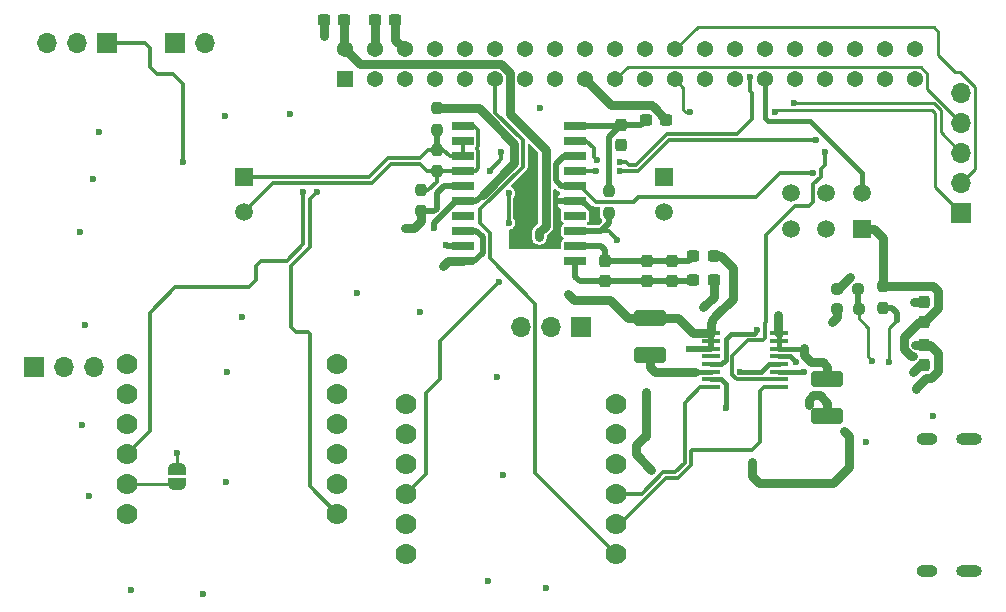
<source format=gbl>
%TF.GenerationSoftware,KiCad,Pcbnew,8.0.4*%
%TF.CreationDate,2025-01-10T13:29:25-08:00*%
%TF.ProjectId,X17_Pi_Shield,5831375f-5069-45f5-9368-69656c642e6b,rev?*%
%TF.SameCoordinates,Original*%
%TF.FileFunction,Copper,L4,Bot*%
%TF.FilePolarity,Positive*%
%FSLAX46Y46*%
G04 Gerber Fmt 4.6, Leading zero omitted, Abs format (unit mm)*
G04 Created by KiCad (PCBNEW 8.0.4) date 2025-01-10 13:29:25*
%MOMM*%
%LPD*%
G01*
G04 APERTURE LIST*
G04 Aperture macros list*
%AMRoundRect*
0 Rectangle with rounded corners*
0 $1 Rounding radius*
0 $2 $3 $4 $5 $6 $7 $8 $9 X,Y pos of 4 corners*
0 Add a 4 corners polygon primitive as box body*
4,1,4,$2,$3,$4,$5,$6,$7,$8,$9,$2,$3,0*
0 Add four circle primitives for the rounded corners*
1,1,$1+$1,$2,$3*
1,1,$1+$1,$4,$5*
1,1,$1+$1,$6,$7*
1,1,$1+$1,$8,$9*
0 Add four rect primitives between the rounded corners*
20,1,$1+$1,$2,$3,$4,$5,0*
20,1,$1+$1,$4,$5,$6,$7,0*
20,1,$1+$1,$6,$7,$8,$9,0*
20,1,$1+$1,$8,$9,$2,$3,0*%
%AMFreePoly0*
4,1,19,0.500000,-0.750000,0.000000,-0.750000,0.000000,-0.744911,-0.071157,-0.744911,-0.207708,-0.704816,-0.327430,-0.627875,-0.420627,-0.520320,-0.479746,-0.390866,-0.500000,-0.250000,-0.500000,0.250000,-0.479746,0.390866,-0.420627,0.520320,-0.327430,0.627875,-0.207708,0.704816,-0.071157,0.744911,0.000000,0.744911,0.000000,0.750000,0.500000,0.750000,0.500000,-0.750000,0.500000,-0.750000,
$1*%
%AMFreePoly1*
4,1,19,0.000000,0.744911,0.071157,0.744911,0.207708,0.704816,0.327430,0.627875,0.420627,0.520320,0.479746,0.390866,0.500000,0.250000,0.500000,-0.250000,0.479746,-0.390866,0.420627,-0.520320,0.327430,-0.627875,0.207708,-0.704816,0.071157,-0.744911,0.000000,-0.744911,0.000000,-0.750000,-0.500000,-0.750000,-0.500000,0.750000,0.000000,0.750000,0.000000,0.744911,0.000000,0.744911,
$1*%
G04 Aperture macros list end*
%TA.AperFunction,ComponentPad*%
%ADD10R,1.700000X1.700000*%
%TD*%
%TA.AperFunction,ComponentPad*%
%ADD11O,1.700000X1.700000*%
%TD*%
%TA.AperFunction,ComponentPad*%
%ADD12R,1.520000X1.520000*%
%TD*%
%TA.AperFunction,ComponentPad*%
%ADD13C,1.520000*%
%TD*%
%TA.AperFunction,ComponentPad*%
%ADD14O,2.200000X1.000000*%
%TD*%
%TA.AperFunction,ComponentPad*%
%ADD15O,1.800000X1.000000*%
%TD*%
%TA.AperFunction,ComponentPad*%
%ADD16R,1.370000X1.370000*%
%TD*%
%TA.AperFunction,ComponentPad*%
%ADD17C,1.370000*%
%TD*%
%TA.AperFunction,SMDPad,CuDef*%
%ADD18RoundRect,0.237500X0.250000X0.237500X-0.250000X0.237500X-0.250000X-0.237500X0.250000X-0.237500X0*%
%TD*%
%TA.AperFunction,SMDPad,CuDef*%
%ADD19RoundRect,0.237500X0.300000X0.237500X-0.300000X0.237500X-0.300000X-0.237500X0.300000X-0.237500X0*%
%TD*%
%TA.AperFunction,SMDPad,CuDef*%
%ADD20RoundRect,0.237500X-0.250000X-0.237500X0.250000X-0.237500X0.250000X0.237500X-0.250000X0.237500X0*%
%TD*%
%TA.AperFunction,SMDPad,CuDef*%
%ADD21RoundRect,0.250000X-1.100000X0.412500X-1.100000X-0.412500X1.100000X-0.412500X1.100000X0.412500X0*%
%TD*%
%TA.AperFunction,ComponentPad*%
%ADD22C,1.778000*%
%TD*%
%TA.AperFunction,SMDPad,CuDef*%
%ADD23RoundRect,0.237500X0.237500X-0.250000X0.237500X0.250000X-0.237500X0.250000X-0.237500X-0.250000X0*%
%TD*%
%TA.AperFunction,SMDPad,CuDef*%
%ADD24RoundRect,0.237500X-0.237500X0.250000X-0.237500X-0.250000X0.237500X-0.250000X0.237500X0.250000X0*%
%TD*%
%TA.AperFunction,SMDPad,CuDef*%
%ADD25RoundRect,0.051250X0.733750X0.153750X-0.733750X0.153750X-0.733750X-0.153750X0.733750X-0.153750X0*%
%TD*%
%TA.AperFunction,SMDPad,CuDef*%
%ADD26RoundRect,0.237500X-0.237500X0.300000X-0.237500X-0.300000X0.237500X-0.300000X0.237500X0.300000X0*%
%TD*%
%TA.AperFunction,SMDPad,CuDef*%
%ADD27FreePoly0,270.000000*%
%TD*%
%TA.AperFunction,SMDPad,CuDef*%
%ADD28FreePoly1,270.000000*%
%TD*%
%TA.AperFunction,SMDPad,CuDef*%
%ADD29RoundRect,0.237500X-0.300000X-0.237500X0.300000X-0.237500X0.300000X0.237500X-0.300000X0.237500X0*%
%TD*%
%TA.AperFunction,SMDPad,CuDef*%
%ADD30RoundRect,0.237500X0.237500X-0.300000X0.237500X0.300000X-0.237500X0.300000X-0.237500X-0.300000X0*%
%TD*%
%TA.AperFunction,SMDPad,CuDef*%
%ADD31RoundRect,0.024000X0.911000X0.276000X-0.911000X0.276000X-0.911000X-0.276000X0.911000X-0.276000X0*%
%TD*%
%TA.AperFunction,ViaPad*%
%ADD32C,0.600000*%
%TD*%
%TA.AperFunction,Conductor*%
%ADD33C,0.508000*%
%TD*%
%TA.AperFunction,Conductor*%
%ADD34C,0.762000*%
%TD*%
%TA.AperFunction,Conductor*%
%ADD35C,0.381000*%
%TD*%
%TA.AperFunction,Conductor*%
%ADD36C,0.254000*%
%TD*%
%TA.AperFunction,Conductor*%
%ADD37C,0.304800*%
%TD*%
G04 APERTURE END LIST*
D10*
%TO.P,J6,1,Pin_1*%
%TO.N,/Pi + IMU/LEAK*%
X118000000Y-82000000D03*
D11*
%TO.P,J6,2,Pin_2*%
%TO.N,+3V3*%
X115460000Y-82000000D03*
%TO.P,J6,3,Pin_3*%
%TO.N,GND*%
X112920000Y-82000000D03*
%TD*%
D12*
%TO.P,J22,1,1*%
%TO.N,Net-(U7-B)*%
X129600000Y-93300000D03*
D13*
%TO.P,J22,2,2*%
%TO.N,Net-(U7-A)*%
X129600000Y-96299999D03*
%TD*%
D14*
%TO.P,J8,SH1,SHIELD*%
%TO.N,GND*%
X191000000Y-126675000D03*
%TO.P,J8,SH2,SHIELD__1*%
X191000000Y-115525000D03*
D15*
%TO.P,J8,SH3,SHIELD__2*%
X187400000Y-126675000D03*
%TO.P,J8,SH4,SHIELD__3*%
X187400000Y-115525000D03*
%TD*%
D16*
%TO.P,U8,1,3V3*%
%TO.N,+3V3*%
X138170000Y-85040000D03*
D17*
%TO.P,U8,2,5V*%
%TO.N,+5V*%
X138170000Y-82500000D03*
%TO.P,U8,3,GPIO2/SDA1*%
%TO.N,/Pi + IMU/SDA*%
X140710000Y-85040000D03*
%TO.P,U8,4,5V*%
%TO.N,+5V*%
X140710000Y-82500000D03*
%TO.P,U8,5,GPIO3/SCL1*%
%TO.N,/Pi + IMU/SCL*%
X143250000Y-85040000D03*
%TO.P,U8,6,GND*%
%TO.N,GND*%
X143250000Y-82500000D03*
%TO.P,U8,7,GPIO4/GPIO_GCKL*%
%TO.N,/Pi + IMU/IMU_INT_2*%
X145790000Y-85040000D03*
%TO.P,U8,8,GPIO14/TXD0*%
%TO.N,/Pi + IMU/TX*%
X145790000Y-82500000D03*
%TO.P,U8,9,GND*%
%TO.N,GND*%
X148330000Y-85040000D03*
%TO.P,U8,10,GPIO15/RXD0*%
%TO.N,/Pi + IMU/RX*%
X148330000Y-82500000D03*
%TO.P,U8,11,GPIO17/GPIO_GEN0*%
%TO.N,/Pi + IMU/IMU_INT_1*%
X150870000Y-85040000D03*
%TO.P,U8,12,GPIO18/GPIO_GEN1*%
%TO.N,/Pi + IMU/BKP_EN*%
X150870000Y-82500000D03*
%TO.P,U8,13,GPIO27/GPIO_GEN2*%
%TO.N,/Pi + IMU/IMU_RST_1*%
X153410000Y-85040000D03*
%TO.P,U8,14,GND*%
%TO.N,GND*%
X153410000Y-82500000D03*
%TO.P,U8,15,GPIO22/GPIO_GEN3*%
%TO.N,/Pi + IMU/IMU_RST_2*%
X155950000Y-85040000D03*
%TO.P,U8,16,GPIO23/GPIO_GEN4*%
%TO.N,/Pi + IMU/LEAK*%
X155950000Y-82500000D03*
%TO.P,U8,17,3V3*%
%TO.N,+3V3*%
X158490000Y-85040000D03*
%TO.P,U8,18,GPIO24/GPIO_GEN5*%
%TO.N,/Pi + IMU/ISO_FLT*%
X158490000Y-82500000D03*
%TO.P,U8,19,GPIO10/SPI_MOSI*%
%TO.N,/Pi + IMU/MOSI*%
X161030000Y-85040000D03*
%TO.P,U8,20,GND*%
%TO.N,GND*%
X161030000Y-82500000D03*
%TO.P,U8,21,GPIO9/SPI_MISO*%
%TO.N,/Pi + IMU/MISO*%
X163570000Y-85040000D03*
%TO.P,U8,22,GPIO25/GPIO_GEN6*%
%TO.N,unconnected-(U8-GPIO25{slash}GPIO_GEN6-Pad22)*%
X163570000Y-82500000D03*
%TO.P,U8,23,GPIO11/SPI_SCLK*%
%TO.N,/Pi + IMU/SCLK*%
X166110000Y-85040000D03*
%TO.P,U8,24,GPIO8/~{SPI_CE0}*%
%TO.N,/Pi + IMU/CE0*%
X166110000Y-82500000D03*
%TO.P,U8,25,GND*%
%TO.N,GND*%
X168650000Y-85040000D03*
%TO.P,U8,26,GPIO7/~{SPI_CE1}*%
%TO.N,unconnected-(U8-GPIO7{slash}~{SPI_CE1}-Pad26)*%
X168650000Y-82500000D03*
%TO.P,U8,27*%
%TO.N,N/C*%
X171190000Y-85040000D03*
%TO.P,U8,28*%
X171190000Y-82500000D03*
%TO.P,U8,29,GPIO5*%
%TO.N,/Pi + IMU/NRST_ESC*%
X173730000Y-85040000D03*
%TO.P,U8,30,GND*%
%TO.N,GND*%
X173730000Y-82500000D03*
%TO.P,U8,31,GPIO6*%
%TO.N,/Pi + IMU/NRST_PS*%
X176270000Y-85040000D03*
%TO.P,U8,32,GPIO12*%
%TO.N,/Pi + IMU/TX_TB*%
X176270000Y-82500000D03*
%TO.P,U8,33,GPIO13*%
%TO.N,/Pi + IMU/RX_TB*%
X178810000Y-85040000D03*
%TO.P,U8,34,GND*%
%TO.N,GND*%
X178810000Y-82500000D03*
%TO.P,U8,35,GPIO19*%
%TO.N,unconnected-(U8-GPIO19-Pad35)*%
X181350000Y-85040000D03*
%TO.P,U8,36,GPIO16*%
%TO.N,/Pi + IMU/ALERT*%
X181350000Y-82500000D03*
%TO.P,U8,37,GPIO26*%
%TO.N,unconnected-(U8-GPIO26-Pad37)*%
X183890000Y-85040000D03*
%TO.P,U8,38,GPIO20*%
%TO.N,/Pi + IMU/TB_EN*%
X183890000Y-82500000D03*
%TO.P,U8,39,GND*%
%TO.N,GND*%
X186430000Y-85040000D03*
%TO.P,U8,40,GPIO21*%
%TO.N,/Pi + IMU/NRST_TB*%
X186430000Y-82500000D03*
%TD*%
D10*
%TO.P,J9,1,Pin_1*%
%TO.N,/UART/A*%
X158140000Y-106000000D03*
D11*
%TO.P,J9,2,Pin_2*%
%TO.N,/UART/B*%
X155600000Y-106000000D03*
%TO.P,J9,3,Pin_3*%
%TO.N,GND*%
X153060000Y-106000000D03*
%TD*%
D10*
%TO.P,J13,1,Pin_1*%
%TO.N,GND*%
X111820000Y-109400000D03*
D11*
%TO.P,J13,2,Pin_2*%
%TO.N,/Pi + IMU/SDA*%
X114360000Y-109400000D03*
%TO.P,J13,3,Pin_3*%
%TO.N,/Pi + IMU/SCL*%
X116900000Y-109400000D03*
%TD*%
D12*
%TO.P,J24,1,1*%
%TO.N,/UART/B*%
X165200000Y-93300001D03*
D13*
%TO.P,J24,2,2*%
%TO.N,/UART/A*%
X165200000Y-96300000D03*
%TD*%
D10*
%TO.P,J20,1,Pin_1*%
%TO.N,+3V3*%
X123725000Y-82000000D03*
D11*
%TO.P,J20,2,Pin_2*%
%TO.N,GND*%
X126265000Y-82000000D03*
%TD*%
D10*
%TO.P,J12,1,Pin_1*%
%TO.N,/Pi + IMU/SCLK*%
X190300000Y-96320000D03*
D11*
%TO.P,J12,2,Pin_2*%
%TO.N,/Pi + IMU/CE0*%
X190300000Y-93780000D03*
%TO.P,J12,3,Pin_3*%
%TO.N,/Pi + IMU/MISO*%
X190300000Y-91240000D03*
%TO.P,J12,4,Pin_4*%
%TO.N,/Pi + IMU/MOSI*%
X190300000Y-88700000D03*
%TO.P,J12,5,Pin_5*%
%TO.N,GND*%
X190300000Y-86160000D03*
%TD*%
D12*
%TO.P,J23,1,1*%
%TO.N,/Power/5V_BACKPLANE*%
X181899999Y-97700000D03*
D13*
%TO.P,J23,2,2*%
%TO.N,GND*%
X178900000Y-97700000D03*
%TO.P,J23,3,3*%
%TO.N,/Pi + IMU/NRST_PS*%
X175900001Y-97700000D03*
%TO.P,J23,4,4*%
%TO.N,/Pi + IMU/NRST_ESC*%
X181899999Y-94700001D03*
%TO.P,J23,5,5*%
%TO.N,/Pi + IMU/NRST_TB*%
X178900000Y-94700001D03*
%TO.P,J23,6,6*%
%TO.N,GND_TB*%
X175900001Y-94700001D03*
%TD*%
D18*
%TO.P,R22,1*%
%TO.N,Net-(U2-PR1)*%
X181625000Y-102781750D03*
%TO.P,R22,2*%
%TO.N,GND*%
X179800000Y-102781750D03*
%TD*%
D19*
%TO.P,C16,1*%
%TO.N,GND*%
X142425000Y-80000000D03*
%TO.P,C16,2*%
%TO.N,+5V*%
X140700000Y-80000000D03*
%TD*%
D20*
%TO.P,R21,1*%
%TO.N,/Power/5V_BACKPLANE*%
X179815000Y-104481750D03*
%TO.P,R21,2*%
%TO.N,Net-(U2-PR1)*%
X181640000Y-104481750D03*
%TD*%
D19*
%TO.P,FB1,1*%
%TO.N,+5V*%
X169362500Y-100000000D03*
%TO.P,FB1,2*%
%TO.N,Net-(U7-VDD)*%
X167637500Y-100000000D03*
%TD*%
D21*
%TO.P,C5,1*%
%TO.N,+5V*%
X164000000Y-105237500D03*
%TO.P,C5,2*%
%TO.N,GND*%
X164000000Y-108362500D03*
%TD*%
D22*
%TO.P,U1,JP1_1,VIN*%
%TO.N,+3V3*%
X137500000Y-109100000D03*
%TO.P,U1,JP1_2,3VO*%
%TO.N,unconnected-(U1-3VO-PadJP1_2)*%
X137500000Y-111640000D03*
%TO.P,U1,JP1_3,GND*%
%TO.N,GND*%
X137500000Y-114180000D03*
%TO.P,U1,JP1_4,SCL*%
%TO.N,/Pi + IMU/SCL*%
X137500000Y-116720000D03*
%TO.P,U1,JP1_5,SDA*%
%TO.N,/Pi + IMU/SDA*%
X137500000Y-119260000D03*
%TO.P,U1,JP1_6,~{INT}*%
%TO.N,/Pi + IMU/IMU_INT_2*%
X137500000Y-121800000D03*
%TO.P,U1,JP2_1,BT*%
%TO.N,unconnected-(U1-BT-PadJP2_1)*%
X119720000Y-109100000D03*
%TO.P,U1,JP2_2,P0*%
%TO.N,unconnected-(U1-P0-PadJP2_2)*%
X119720000Y-111640000D03*
%TO.P,U1,JP2_3,P1*%
%TO.N,unconnected-(U1-P1-PadJP2_3)*%
X119720000Y-114180000D03*
%TO.P,U1,JP2_4,~{RST}*%
%TO.N,/Pi + IMU/IMU_RST_2*%
X119720000Y-116720000D03*
%TO.P,U1,JP2_5,DI*%
%TO.N,Net-(JP5-B)*%
X119720000Y-119260000D03*
%TO.P,U1,JP2_6,CS*%
%TO.N,unconnected-(U1-CS-PadJP2_6)*%
X119720000Y-121800000D03*
%TD*%
D23*
%TO.P,R19,1*%
%TO.N,Net-(U7-B)*%
X145900000Y-89325000D03*
%TO.P,R19,2*%
%TO.N,GND_TB*%
X145900000Y-87500000D03*
%TD*%
%TO.P,R9,1*%
%TO.N,/Pi + IMU/ISO_FLT*%
X160500000Y-96325000D03*
%TO.P,R9,2*%
%TO.N,Net-(U7-VIO)*%
X160500000Y-94500000D03*
%TD*%
D21*
%TO.P,C17,1*%
%TO.N,/Power/5V_TOTAL*%
X179000000Y-110437500D03*
%TO.P,C17,2*%
%TO.N,GND*%
X179000000Y-113562500D03*
%TD*%
D24*
%TO.P,R17,1*%
%TO.N,Net-(U7-B)*%
X145900000Y-90987500D03*
%TO.P,R17,2*%
%TO.N,Net-(U7-A)*%
X145900000Y-92812500D03*
%TD*%
D25*
%TO.P,U3,1,IN+*%
%TO.N,/Power/5V_TOTAL*%
X174900000Y-106550000D03*
%TO.P,U3,2,IN+*%
X174900000Y-107200000D03*
%TO.P,U3,3,IN+*%
X174900000Y-107850000D03*
%TO.P,U3,4,A1*%
%TO.N,Net-(JP1-B)*%
X174900000Y-108500000D03*
%TO.P,U3,5,AO*%
%TO.N,Net-(JP2-B)*%
X174900000Y-109150000D03*
%TO.P,U3,6,GND*%
%TO.N,GND*%
X174900000Y-109800000D03*
%TO.P,U3,7,ALERT*%
%TO.N,/Pi + IMU/ALERT*%
X174900000Y-110450000D03*
%TO.P,U3,8,SDA*%
%TO.N,/Pi + IMU/SDA*%
X174900000Y-111100000D03*
%TO.P,U3,9,SCL*%
%TO.N,/Pi + IMU/SCL*%
X169160000Y-111100000D03*
%TO.P,U3,10,VS*%
%TO.N,/Power/Vs*%
X169160000Y-110450000D03*
%TO.P,U3,11,GND*%
%TO.N,GND*%
X169160000Y-109800000D03*
%TO.P,U3,12,VBUS*%
%TO.N,/Power/5V_TOTAL*%
X169160000Y-109150000D03*
%TO.P,U3,13*%
%TO.N,N/C*%
X169160000Y-108500000D03*
%TO.P,U3,14,IN-*%
%TO.N,+5V*%
X169160000Y-107850000D03*
%TO.P,U3,15,IN-*%
X169160000Y-107200000D03*
%TO.P,U3,16,IN-*%
X169160000Y-106550000D03*
%TD*%
D26*
%TO.P,C1,1*%
%TO.N,Net-(U7-VDD)*%
X165800000Y-100375000D03*
%TO.P,C1,2*%
%TO.N,Net-(U7-GND1)*%
X165800000Y-102100000D03*
%TD*%
D19*
%TO.P,FB5,1*%
%TO.N,+3V3*%
X165362500Y-88500000D03*
%TO.P,FB5,2*%
%TO.N,Net-(U7-VIO)*%
X163637500Y-88500000D03*
%TD*%
D26*
%TO.P,C2,1*%
%TO.N,Net-(U7-VDD)*%
X163700000Y-100375000D03*
%TO.P,C2,2*%
%TO.N,Net-(U7-GND1)*%
X163700000Y-102100000D03*
%TD*%
%TO.P,C19,1*%
%TO.N,GND*%
X187200000Y-103875000D03*
%TO.P,C19,2*%
%TO.N,/Power/5V_BACKPLANE*%
X187200000Y-105600000D03*
%TD*%
D22*
%TO.P,U10,JP1_1,VIN*%
%TO.N,+3V3*%
X161100000Y-112500000D03*
%TO.P,U10,JP1_2,3VO*%
%TO.N,unconnected-(U10-3VO-PadJP1_2)*%
X161100000Y-115040000D03*
%TO.P,U10,JP1_3,GND*%
%TO.N,GND*%
X161100000Y-117580000D03*
%TO.P,U10,JP1_4,SCL*%
%TO.N,/Pi + IMU/SCL*%
X161100000Y-120120000D03*
%TO.P,U10,JP1_5,SDA*%
%TO.N,/Pi + IMU/SDA*%
X161100000Y-122660000D03*
%TO.P,U10,JP1_6,~{INT}*%
%TO.N,/Pi + IMU/IMU_INT_1*%
X161100000Y-125200000D03*
%TO.P,U10,JP2_1,BT*%
%TO.N,unconnected-(U10-BT-PadJP2_1)*%
X143320000Y-112500000D03*
%TO.P,U10,JP2_2,P0*%
%TO.N,unconnected-(U10-P0-PadJP2_2)*%
X143320000Y-115040000D03*
%TO.P,U10,JP2_3,P1*%
%TO.N,unconnected-(U10-P1-PadJP2_3)*%
X143320000Y-117580000D03*
%TO.P,U10,JP2_4,~{RST}*%
%TO.N,/Pi + IMU/IMU_RST_1*%
X143320000Y-120120000D03*
%TO.P,U10,JP2_5,DI*%
%TO.N,unconnected-(U10-DI-PadJP2_5)*%
X143320000Y-122660000D03*
%TO.P,U10,JP2_6,CS*%
%TO.N,unconnected-(U10-CS-PadJP2_6)*%
X143320000Y-125200000D03*
%TD*%
D27*
%TO.P,JP5,1,A*%
%TO.N,+3V3*%
X123900000Y-118000000D03*
D28*
%TO.P,JP5,2,B*%
%TO.N,Net-(JP5-B)*%
X123900000Y-119300000D03*
%TD*%
D24*
%TO.P,R20,1*%
%TO.N,Net-(U7-A)*%
X144600000Y-94400000D03*
%TO.P,R20,2*%
%TO.N,+3V3_TB*%
X144600000Y-96225000D03*
%TD*%
D26*
%TO.P,C3,1*%
%TO.N,Net-(U7-VDD)*%
X160200000Y-100412500D03*
%TO.P,C3,2*%
%TO.N,Net-(U7-GND1)*%
X160200000Y-102137500D03*
%TD*%
D29*
%TO.P,FB2,1*%
%TO.N,Net-(U7-GND1)*%
X167637500Y-102000000D03*
%TO.P,FB2,2*%
%TO.N,GND*%
X169362500Y-102000000D03*
%TD*%
D23*
%TO.P,R18,1*%
%TO.N,Net-(U2-ST)*%
X183695000Y-104400000D03*
%TO.P,R18,2*%
%TO.N,/Power/5V_BACKPLANE*%
X183695000Y-102575000D03*
%TD*%
D26*
%TO.P,C20,1*%
%TO.N,/Power/5V_WALL_IN*%
X187200000Y-107500000D03*
%TO.P,C20,2*%
%TO.N,GND*%
X187200000Y-109225000D03*
%TD*%
D29*
%TO.P,C12,1*%
%TO.N,GND*%
X136375000Y-80000000D03*
%TO.P,C12,2*%
%TO.N,+5V*%
X138100000Y-80000000D03*
%TD*%
D30*
%TO.P,C10,1*%
%TO.N,GND*%
X161500000Y-90625000D03*
%TO.P,C10,2*%
%TO.N,Net-(U7-VIO)*%
X161500000Y-88900000D03*
%TD*%
D31*
%TO.P,U7,1,VIO*%
%TO.N,Net-(U7-VIO)*%
X157635000Y-88985000D03*
%TO.P,U7,2,D*%
%TO.N,/Pi + IMU/TX_TB*%
X157635000Y-90255000D03*
%TO.P,U7,3,DE*%
%TO.N,/Pi + IMU/TB_EN*%
X157635000Y-91525000D03*
%TO.P,U7,4,R*%
%TO.N,/Pi + IMU/RX_TB*%
X157635000Y-92795000D03*
%TO.P,U7,5,~{RE}*%
%TO.N,/Pi + IMU/TB_EN*%
X157635000Y-94065000D03*
%TO.P,U7,6,GNDIO*%
%TO.N,GND*%
X157635000Y-95335000D03*
%TO.P,U7,7,OUT*%
%TO.N,unconnected-(U7-OUT-Pad7)*%
X157635000Y-96605000D03*
%TO.P,U7,8,EN/FLT*%
%TO.N,/Pi + IMU/ISO_FLT*%
X157635000Y-97875000D03*
%TO.P,U7,9,VDD*%
%TO.N,Net-(U7-VDD)*%
X157635000Y-99145000D03*
%TO.P,U7,10,GND1*%
%TO.N,Net-(U7-GND1)*%
X157635000Y-100415000D03*
%TO.P,U7,11,GND2*%
%TO.N,Net-(U7-GND2)*%
X148165000Y-100415000D03*
%TO.P,U7,12,VISOOUT*%
%TO.N,Net-(U7-VISOOUT)*%
X148165000Y-99145000D03*
%TO.P,U7,13,MODE*%
%TO.N,Net-(U7-GND2)*%
X148165000Y-97875000D03*
%TO.P,U7,14,IN*%
%TO.N,unconnected-(U7-IN-Pad14)*%
X148165000Y-96605000D03*
%TO.P,U7,15,GISOIN*%
%TO.N,GND_TB*%
X148165000Y-95335000D03*
%TO.P,U7,16,VISOIN*%
%TO.N,+3V3_TB*%
X148165000Y-94065000D03*
%TO.P,U7,17,Y*%
%TO.N,Net-(U7-A)*%
X148165000Y-92795000D03*
%TO.P,U7,18,Z*%
%TO.N,Net-(U7-B)*%
X148165000Y-91525000D03*
%TO.P,U7,19,B*%
X148165000Y-90255000D03*
%TO.P,U7,20,A*%
%TO.N,Net-(U7-A)*%
X148165000Y-88985000D03*
%TD*%
D32*
%TO.N,Net-(U7-GND2)*%
X146475000Y-100825000D03*
%TO.N,Net-(U7-VISOOUT)*%
X146700000Y-99100000D03*
%TO.N,GND*%
X133500000Y-88000000D03*
X187900000Y-113500000D03*
X128100000Y-119100000D03*
X186300000Y-103900000D03*
X129400000Y-105200000D03*
X153400000Y-97400000D03*
X177400000Y-112571000D03*
X136400000Y-81400000D03*
X167750000Y-109850000D03*
X159200000Y-97000000D03*
X177000000Y-109800000D03*
X115700000Y-98000000D03*
X128000000Y-88100000D03*
X117300000Y-89500000D03*
X139162000Y-103162000D03*
X186260473Y-109800000D03*
X120050000Y-128300000D03*
X180950000Y-101750000D03*
X128200000Y-109800000D03*
X115900000Y-114300000D03*
X150300000Y-127500000D03*
X151525000Y-118525000D03*
X154700000Y-87500000D03*
X182300000Y-115700000D03*
X168500000Y-104300000D03*
X151000000Y-110200000D03*
X161500000Y-90625000D03*
%TO.N,+5V*%
X154600000Y-98400000D03*
X155100000Y-90900000D03*
X164100000Y-118100000D03*
X167259000Y-107841000D03*
X163600000Y-111500000D03*
X169600000Y-105000000D03*
X157000000Y-103200000D03*
%TO.N,GND_TB*%
X145700000Y-97600000D03*
%TO.N,+3V3*%
X123900000Y-116700000D03*
X126150000Y-128600000D03*
X116100000Y-105800000D03*
X144500000Y-104700000D03*
X116800000Y-93500000D03*
X116500000Y-120300000D03*
X155200000Y-128100000D03*
%TO.N,/Power/5V_TOTAL*%
X173000000Y-106300000D03*
X174800000Y-105000000D03*
X177000000Y-107800000D03*
X180400000Y-114800000D03*
X172600000Y-117400000D03*
%TO.N,/Power/5V_BACKPLANE*%
X186200000Y-108500000D03*
X179400000Y-105600000D03*
%TO.N,/Power/5V_WALL_IN*%
X186500000Y-111252000D03*
X186400000Y-107500000D03*
%TO.N,/Power/Vs*%
X170400000Y-112900000D03*
%TO.N,/Pi + IMU/LEAK*%
X124400000Y-92000000D03*
%TO.N,/Pi + IMU/MISO*%
X176200000Y-87000000D03*
%TO.N,/Pi + IMU/SCLK*%
X174600000Y-87800000D03*
X167400000Y-87800000D03*
%TO.N,Net-(JP1-B)*%
X176300000Y-109000000D03*
%TO.N,Net-(JP2-B)*%
X171600000Y-109790500D03*
%TO.N,Net-(U2-ST)*%
X184900000Y-105400000D03*
X184200000Y-109000000D03*
%TO.N,/Pi + IMU/ISO_FLT*%
X161200000Y-98600000D03*
%TO.N,Net-(U2-PR1)*%
X182800000Y-108900000D03*
%TO.N,/Pi + IMU/IMU_INT_2*%
X135800000Y-94600000D03*
%TO.N,/Pi + IMU/IMU_RST_2*%
X134600000Y-94600000D03*
%TO.N,/Pi + IMU/ALERT*%
X178800000Y-91200000D03*
%TO.N,/Pi + IMU/BKP_EN*%
X151400000Y-91200000D03*
X150400000Y-92800000D03*
%TO.N,/Pi + IMU/TB_EN*%
X177800000Y-93000000D03*
%TO.N,/Pi + IMU/TX_TB*%
X159500000Y-91900000D03*
X161400000Y-92000000D03*
X172400000Y-84800000D03*
%TO.N,/Pi + IMU/RX_TB*%
X178000000Y-90200000D03*
X161400000Y-92800000D03*
X159400000Y-92800000D03*
%TO.N,/Pi + IMU/IMU_RST_1*%
X151200000Y-102200000D03*
%TO.N,+3V3_TB*%
X143200000Y-97600000D03*
%TO.N,/UART/B*%
X152001062Y-94666421D03*
X152001062Y-97198938D03*
%TD*%
D33*
%TO.N,Net-(U7-GND1)*%
X157635000Y-100415000D02*
X157635000Y-101735000D01*
X163700000Y-102100000D02*
X165800000Y-102100000D01*
X157635000Y-101735000D02*
X158037500Y-102137500D01*
X158037500Y-102137500D02*
X160200000Y-102137500D01*
X163662500Y-102137500D02*
X163700000Y-102100000D01*
X167537500Y-102100000D02*
X167637500Y-102000000D01*
X160200000Y-102137500D02*
X163662500Y-102137500D01*
X165800000Y-102100000D02*
X167537500Y-102100000D01*
%TO.N,Net-(U7-VDD)*%
X163662500Y-100412500D02*
X163700000Y-100375000D01*
X160200000Y-100412500D02*
X163662500Y-100412500D01*
X157635000Y-99145000D02*
X159845000Y-99145000D01*
X165800000Y-100375000D02*
X167262500Y-100375000D01*
X159845000Y-99145000D02*
X160200000Y-99500000D01*
X160200000Y-99500000D02*
X160200000Y-100412500D01*
X165800000Y-100375000D02*
X163700000Y-100375000D01*
X167262500Y-100375000D02*
X167637500Y-100000000D01*
%TO.N,Net-(U7-GND2)*%
X149275000Y-97875000D02*
X149800000Y-98400000D01*
X149800000Y-98400000D02*
X149800000Y-99715000D01*
D34*
X146475000Y-100825000D02*
X146885000Y-100415000D01*
D33*
X149800000Y-99715000D02*
X149100000Y-100415000D01*
X149100000Y-100415000D02*
X148165000Y-100415000D01*
D34*
X146885000Y-100415000D02*
X148165000Y-100415000D01*
D33*
X148165000Y-97875000D02*
X149275000Y-97875000D01*
%TO.N,Net-(U7-VISOOUT)*%
X146745000Y-99145000D02*
X146700000Y-99100000D01*
X148165000Y-99145000D02*
X146745000Y-99145000D01*
D35*
%TO.N,GND*%
X177000000Y-109800000D02*
X174900000Y-109800000D01*
D34*
X136375000Y-80000000D02*
X136375000Y-81375000D01*
X177400000Y-112200000D02*
X177400000Y-112571000D01*
X178400000Y-111800000D02*
X177800000Y-111800000D01*
X177800000Y-111800000D02*
X177400000Y-112200000D01*
D33*
X157635000Y-95335000D02*
X158228660Y-95335000D01*
D34*
X186835473Y-109225000D02*
X186260473Y-109800000D01*
X169362500Y-102000000D02*
X169362500Y-103437500D01*
X164000000Y-109400000D02*
X164400000Y-109800000D01*
D33*
X158228660Y-95335000D02*
X159200000Y-96306340D01*
D34*
X179918250Y-102781750D02*
X180950000Y-101750000D01*
X187175000Y-103900000D02*
X187200000Y-103875000D01*
D35*
X169160000Y-109800000D02*
X167800000Y-109800000D01*
D34*
X186300000Y-103900000D02*
X187175000Y-103900000D01*
D33*
X159200000Y-96306340D02*
X159200000Y-97000000D01*
D34*
X142425000Y-81675000D02*
X143250000Y-82500000D01*
X179800000Y-102781750D02*
X179973384Y-102781750D01*
X164000000Y-108362500D02*
X164000000Y-109400000D01*
X142425000Y-80000000D02*
X142425000Y-81675000D01*
X179000000Y-112400000D02*
X178400000Y-111800000D01*
X179800000Y-102781750D02*
X179918250Y-102781750D01*
D35*
X167800000Y-109800000D02*
X167750000Y-109850000D01*
D34*
X169362500Y-103437500D02*
X168500000Y-104300000D01*
X136375000Y-81375000D02*
X136400000Y-81400000D01*
X167700000Y-109800000D02*
X167750000Y-109850000D01*
X164400000Y-109800000D02*
X167700000Y-109800000D01*
X187200000Y-109225000D02*
X186835473Y-109225000D01*
X179000000Y-113562500D02*
X179000000Y-112400000D01*
%TO.N,+5V*%
X138100000Y-82430000D02*
X138170000Y-82500000D01*
X138100000Y-80000000D02*
X138100000Y-82430000D01*
X152144000Y-87944000D02*
X155100000Y-90900000D01*
X139444000Y-83774000D02*
X151394395Y-83774000D01*
X162137500Y-105237500D02*
X164000000Y-105237500D01*
X169200000Y-105400000D02*
X169600000Y-105000000D01*
X163400000Y-115400000D02*
X163600000Y-115200000D01*
X155165000Y-97435000D02*
X155000000Y-97600000D01*
X160600000Y-103700000D02*
X162137500Y-105237500D01*
X171000000Y-103600000D02*
X171000000Y-101000000D01*
X157000000Y-103200000D02*
X157500000Y-103700000D01*
X138170000Y-82500000D02*
X139444000Y-83774000D01*
X162800000Y-116000000D02*
X163400000Y-115400000D01*
X163600000Y-115200000D02*
X163600000Y-111500000D01*
X162800000Y-116600000D02*
X162800000Y-116000000D01*
D33*
X169160000Y-106550000D02*
X169160000Y-107200000D01*
D34*
X152144000Y-84523605D02*
X152144000Y-87944000D01*
X157500000Y-103700000D02*
X160600000Y-103700000D01*
X166337500Y-105237500D02*
X167650000Y-106550000D01*
X155200000Y-91000000D02*
X155165000Y-91035000D01*
X151394395Y-83774000D02*
X151600000Y-83979605D01*
D33*
X169160000Y-107841000D02*
X169160000Y-107200000D01*
D34*
X171000000Y-101000000D02*
X170000000Y-100000000D01*
D33*
X167259000Y-107841000D02*
X169160000Y-107841000D01*
D34*
X151600000Y-83979605D02*
X152144000Y-84523605D01*
X164100000Y-118100000D02*
X162800000Y-116800000D01*
X170000000Y-100000000D02*
X169362500Y-100000000D01*
X169160000Y-105640000D02*
X169160000Y-106550000D01*
X155165000Y-91035000D02*
X155165000Y-97435000D01*
X167650000Y-106550000D02*
X169160000Y-106550000D01*
X154600000Y-98000000D02*
X154600000Y-98400000D01*
X162800000Y-116800000D02*
X162800000Y-116600000D01*
X169600000Y-105000000D02*
X171000000Y-103600000D01*
X164000000Y-105237500D02*
X166337500Y-105237500D01*
X169200000Y-105600000D02*
X169160000Y-105640000D01*
X169200000Y-105400000D02*
X169200000Y-105600000D01*
X155000000Y-97600000D02*
X154600000Y-98000000D01*
X155100000Y-90900000D02*
X155200000Y-91000000D01*
X140700000Y-80000000D02*
X140700000Y-82490000D01*
X140700000Y-82490000D02*
X140710000Y-82500000D01*
%TO.N,GND_TB*%
X145900000Y-87500000D02*
X149500000Y-87500000D01*
D33*
X148165000Y-95335000D02*
X149265000Y-95335000D01*
D34*
X149500000Y-87500000D02*
X150136600Y-88136600D01*
D33*
X147571340Y-95335000D02*
X148165000Y-95335000D01*
D34*
X150136600Y-88173784D02*
X152466600Y-90503784D01*
X152466600Y-92133400D02*
X149800000Y-94800000D01*
D33*
X145700000Y-97600000D02*
X145700000Y-97206340D01*
D34*
X152466600Y-90503784D02*
X152466600Y-92133400D01*
X150136600Y-88136600D02*
X150136600Y-88173784D01*
D33*
X145700000Y-97206340D02*
X147571340Y-95335000D01*
X149265000Y-95335000D02*
X149800000Y-94800000D01*
%TO.N,Net-(U7-VIO)*%
X161415000Y-88985000D02*
X161500000Y-88900000D01*
X163237500Y-88900000D02*
X163637500Y-88500000D01*
X157635000Y-88985000D02*
X161415000Y-88985000D01*
X161500000Y-88900000D02*
X163237500Y-88900000D01*
X160500000Y-89900000D02*
X161500000Y-88900000D01*
X160500000Y-94500000D02*
X160500000Y-89900000D01*
D34*
%TO.N,+3V3*%
X164100000Y-87200000D02*
X164200000Y-87300000D01*
X158490000Y-85040000D02*
X160650000Y-87200000D01*
X165362500Y-88462500D02*
X165362500Y-88500000D01*
X160650000Y-87200000D02*
X164100000Y-87200000D01*
X164200000Y-87300000D02*
X165362500Y-88462500D01*
D36*
X123900000Y-118000000D02*
X123900000Y-116700000D01*
D34*
%TO.N,/Power/5V_TOTAL*%
X174800000Y-106450000D02*
X174900000Y-106550000D01*
X173200000Y-119200000D02*
X179500000Y-119200000D01*
D35*
X174900000Y-107850000D02*
X174900000Y-107200000D01*
D34*
X177600000Y-109000000D02*
X177000000Y-108400000D01*
X179000000Y-110437500D02*
X179000000Y-109400000D01*
D35*
X174900000Y-107200000D02*
X174900000Y-106550000D01*
X177000000Y-107800000D02*
X176950000Y-107850000D01*
D34*
X179000000Y-109400000D02*
X178600000Y-109000000D01*
D35*
X170023648Y-109150000D02*
X170400000Y-108773648D01*
D34*
X172600000Y-117400000D02*
X172600000Y-118600000D01*
X180800000Y-117900000D02*
X180800000Y-115200000D01*
D35*
X170842900Y-106557100D02*
X172742900Y-106557100D01*
X172742900Y-106557100D02*
X173000000Y-106300000D01*
D34*
X177000000Y-108400000D02*
X177000000Y-107800000D01*
X178600000Y-109000000D02*
X177600000Y-109000000D01*
X179500000Y-119200000D02*
X180800000Y-117900000D01*
D35*
X176950000Y-107850000D02*
X174900000Y-107850000D01*
X169160000Y-109150000D02*
X170023648Y-109150000D01*
X170400000Y-108773648D02*
X170400000Y-107000000D01*
D34*
X172600000Y-118600000D02*
X173200000Y-119200000D01*
X180800000Y-115200000D02*
X180400000Y-114800000D01*
D35*
X170400000Y-107000000D02*
X170842900Y-106557100D01*
D34*
X174800000Y-105000000D02*
X174800000Y-106450000D01*
%TO.N,/Power/5V_BACKPLANE*%
X187975000Y-102575000D02*
X183695000Y-102575000D01*
X187200000Y-105600000D02*
X186725000Y-105600000D01*
X188399000Y-104401000D02*
X188399000Y-102999000D01*
X181899999Y-97700000D02*
X182900000Y-97700000D01*
X187200000Y-105600000D02*
X188399000Y-104401000D01*
X182900000Y-97700000D02*
X183695000Y-98495000D01*
X179815000Y-104481750D02*
X179815000Y-105185000D01*
X185438000Y-107898473D02*
X186039527Y-108500000D01*
X186039527Y-108500000D02*
X186200000Y-108500000D01*
X179815000Y-105185000D02*
X179400000Y-105600000D01*
X185438000Y-106887000D02*
X185438000Y-107898473D01*
X183695000Y-98495000D02*
X183695000Y-102575000D01*
X188399000Y-102999000D02*
X187975000Y-102575000D01*
X186725000Y-105600000D02*
X185438000Y-106887000D01*
%TO.N,/Power/5V_WALL_IN*%
X187695000Y-107500000D02*
X187200000Y-107500000D01*
X186500000Y-111188000D02*
X187344500Y-110343500D01*
X187344500Y-110343500D02*
X187783116Y-110343500D01*
X188399000Y-108204000D02*
X187695000Y-107500000D01*
X186500000Y-111252000D02*
X186500000Y-111188000D01*
X188399000Y-109727616D02*
X188399000Y-108204000D01*
X187783116Y-110343500D02*
X188399000Y-109727616D01*
X187200000Y-107500000D02*
X186400000Y-107500000D01*
D35*
%TO.N,/Power/Vs*%
X170023648Y-110450000D02*
X170400000Y-110826352D01*
X169160000Y-110450000D02*
X170023648Y-110450000D01*
X170400000Y-110826352D02*
X170400000Y-112900000D01*
D37*
%TO.N,/Pi + IMU/SDA*%
X172600000Y-116400000D02*
X167504800Y-116400000D01*
X165309096Y-118804800D02*
X161453896Y-122660000D01*
X167404800Y-116500000D02*
X167404800Y-117709096D01*
X161453896Y-122660000D02*
X161100000Y-122660000D01*
X167404800Y-117709096D02*
X166309096Y-118804800D01*
X173300000Y-111400000D02*
X173300000Y-115700000D01*
X174900000Y-111100000D02*
X173600000Y-111100000D01*
X173600000Y-111100000D02*
X173300000Y-111400000D01*
X167504800Y-116400000D02*
X167404800Y-116500000D01*
X166309096Y-118804800D02*
X165309096Y-118804800D01*
X173300000Y-115700000D02*
X172600000Y-116400000D01*
%TO.N,/Pi + IMU/SCL*%
X169160000Y-111100000D02*
X168200000Y-111100000D01*
X163280000Y-120120000D02*
X161100000Y-120120000D01*
X166900000Y-112400000D02*
X166900000Y-117500000D01*
X166900000Y-117500000D02*
X166100000Y-118300000D01*
X166100000Y-118300000D02*
X165100000Y-118300000D01*
X168200000Y-111100000D02*
X166900000Y-112400000D01*
X165100000Y-118300000D02*
X163280000Y-120120000D01*
%TO.N,/Pi + IMU/LEAK*%
X118000000Y-82000000D02*
X121200000Y-82000000D01*
X121200000Y-82000000D02*
X121600000Y-82400000D01*
X123600000Y-84600000D02*
X124400000Y-85400000D01*
X122200000Y-84600000D02*
X123600000Y-84600000D01*
X121600000Y-84000000D02*
X122200000Y-84600000D01*
X121600000Y-82400000D02*
X121600000Y-84000000D01*
X124400000Y-85400000D02*
X124400000Y-92000000D01*
D36*
%TO.N,/Pi + IMU/CE0*%
X188400000Y-81000000D02*
X188000000Y-80600000D01*
X191477000Y-92603000D02*
X191477000Y-85672470D01*
X190300000Y-93780000D02*
X191477000Y-92603000D01*
X168010000Y-80600000D02*
X166110000Y-82500000D01*
X188000000Y-80600000D02*
X168010000Y-80600000D01*
X191477000Y-85672470D02*
X190204530Y-84400000D01*
X188400000Y-83000000D02*
X188400000Y-81000000D01*
X189800000Y-84400000D02*
X188400000Y-83000000D01*
X190204530Y-84400000D02*
X189800000Y-84400000D01*
%TO.N,/Pi + IMU/MISO*%
X188578974Y-87621026D02*
X187978974Y-87021026D01*
X187957948Y-87000000D02*
X176200000Y-87000000D01*
X190300000Y-91240000D02*
X188578974Y-89518974D01*
X188578974Y-89518974D02*
X188578974Y-87621026D01*
X187978974Y-87021026D02*
X187957948Y-87000000D01*
%TO.N,/Pi + IMU/MOSI*%
X186888000Y-84000000D02*
X162070000Y-84000000D01*
X187442000Y-85842000D02*
X187442000Y-84554000D01*
X162070000Y-84000000D02*
X161030000Y-85040000D01*
X190300000Y-88700000D02*
X187442000Y-85842000D01*
X187442000Y-84554000D02*
X186888000Y-84000000D01*
%TO.N,/Pi + IMU/SCLK*%
X166800000Y-85730000D02*
X166110000Y-85040000D01*
X190300000Y-96320000D02*
X188124974Y-94144974D01*
X166800000Y-87600000D02*
X166800000Y-85730000D01*
X167000000Y-87800000D02*
X166800000Y-87600000D01*
X188124974Y-94144974D02*
X188124974Y-87924974D01*
X174773000Y-87627000D02*
X174600000Y-87800000D01*
X188124974Y-87924974D02*
X187827000Y-87627000D01*
X167400000Y-87800000D02*
X167000000Y-87800000D01*
X187827000Y-87627000D02*
X174773000Y-87627000D01*
D37*
%TO.N,Net-(U7-A)*%
X145900000Y-93700000D02*
X145200000Y-94400000D01*
X149300000Y-90940024D02*
X149452400Y-91092424D01*
X145900000Y-92812500D02*
X145900000Y-93700000D01*
X148165000Y-88985000D02*
X149100000Y-88985000D01*
X145200000Y-94400000D02*
X144600000Y-94400000D01*
X149205000Y-92795000D02*
X148165000Y-92795000D01*
X149100000Y-88985000D02*
X149452400Y-89337400D01*
X149300000Y-90839976D02*
X149300000Y-90940024D01*
X149452400Y-92547600D02*
X149205000Y-92795000D01*
X148165000Y-92795000D02*
X145917500Y-92795000D01*
X142009096Y-92204800D02*
X140409096Y-93804800D01*
X140409096Y-93804800D02*
X132095199Y-93804800D01*
X149452400Y-89337400D02*
X149452400Y-90687576D01*
X149452400Y-90687576D02*
X149300000Y-90839976D01*
X132095199Y-93804800D02*
X129600000Y-96299999D01*
X145112500Y-92812500D02*
X144504800Y-92204800D01*
X149452400Y-91092424D02*
X149452400Y-92547600D01*
X144504800Y-92204800D02*
X142009096Y-92204800D01*
X145900000Y-92812500D02*
X145112500Y-92812500D01*
X145917500Y-92795000D02*
X145900000Y-92812500D01*
%TO.N,Net-(U7-B)*%
X144500000Y-91700000D02*
X145212500Y-90987500D01*
X148165000Y-91525000D02*
X147025000Y-91525000D01*
X141800000Y-91700000D02*
X144500000Y-91700000D01*
X145212500Y-90987500D02*
X145900000Y-90987500D01*
X147025000Y-91525000D02*
X146487500Y-90987500D01*
X146487500Y-90987500D02*
X145900000Y-90987500D01*
X140200000Y-93300000D02*
X141800000Y-91700000D01*
X129600000Y-93300000D02*
X140200000Y-93300000D01*
X148165000Y-90255000D02*
X148165000Y-91525000D01*
D33*
X145900000Y-89325000D02*
X145900000Y-90987500D01*
D35*
%TO.N,/Pi + IMU/NRST_ESC*%
X174000000Y-88600000D02*
X173730000Y-88330000D01*
X181899999Y-94700001D02*
X181899999Y-92999999D01*
X173730000Y-88330000D02*
X173730000Y-85040000D01*
X177500000Y-88600000D02*
X174000000Y-88600000D01*
X181899999Y-92999999D02*
X177500000Y-88600000D01*
%TO.N,Net-(JP1-B)*%
X175800000Y-108500000D02*
X176300000Y-109000000D01*
X174900000Y-108500000D02*
X175800000Y-108500000D01*
%TO.N,Net-(JP2-B)*%
X171600000Y-109790500D02*
X173395852Y-109790500D01*
X174036352Y-109150000D02*
X174900000Y-109150000D01*
X173395852Y-109790500D02*
X174036352Y-109150000D01*
D33*
%TO.N,Net-(U2-ST)*%
X184900000Y-104800000D02*
X184900000Y-105400000D01*
X183695000Y-104400000D02*
X184500000Y-104400000D01*
D36*
X184200000Y-109000000D02*
X184200000Y-106100000D01*
D33*
X184500000Y-104400000D02*
X184900000Y-104800000D01*
D36*
X184200000Y-106100000D02*
X184900000Y-105400000D01*
D33*
%TO.N,/Pi + IMU/ISO_FLT*%
X157635000Y-97875000D02*
X159825000Y-97875000D01*
X160500000Y-97200000D02*
X160500000Y-96325000D01*
D37*
X160475000Y-97875000D02*
X157635000Y-97875000D01*
D33*
X159825000Y-97875000D02*
X160500000Y-97200000D01*
D37*
X161200000Y-98600000D02*
X160475000Y-97875000D01*
D36*
%TO.N,Net-(U2-PR1)*%
X182400000Y-106000000D02*
X182400000Y-108500000D01*
X181640000Y-105240000D02*
X181640000Y-104481750D01*
X182372000Y-105972000D02*
X181640000Y-105240000D01*
D33*
X181625000Y-104466750D02*
X181640000Y-104481750D01*
D36*
X182400000Y-108500000D02*
X182800000Y-108900000D01*
X182372000Y-105972000D02*
X182400000Y-106000000D01*
D33*
X181625000Y-102781750D02*
X181625000Y-104466750D01*
D37*
%TO.N,/Pi + IMU/IMU_INT_2*%
X135200000Y-119500000D02*
X135200000Y-119400000D01*
X135200000Y-119400000D02*
X135200000Y-106600000D01*
X133600000Y-100800000D02*
X135200000Y-99200000D01*
X137500000Y-121800000D02*
X135200000Y-119500000D01*
X134000000Y-106400000D02*
X133600000Y-106000000D01*
X133600000Y-106000000D02*
X133600000Y-100800000D01*
X134000000Y-106400000D02*
X135000000Y-106400000D01*
X135200000Y-95200000D02*
X135800000Y-94600000D01*
X135200000Y-99200000D02*
X135200000Y-95200000D01*
X135200000Y-106600000D02*
X135000000Y-106400000D01*
%TO.N,/Pi + IMU/IMU_RST_2*%
X119720000Y-116720000D02*
X121600000Y-114840000D01*
X130000000Y-102600000D02*
X130600000Y-102000000D01*
X131000000Y-100400000D02*
X133200000Y-100400000D01*
X133200000Y-100400000D02*
X134600000Y-99000000D01*
X121600000Y-104800000D02*
X123800000Y-102600000D01*
X121600000Y-114840000D02*
X121600000Y-104800000D01*
X130600000Y-100800000D02*
X131000000Y-100400000D01*
X130600000Y-102000000D02*
X130600000Y-100800000D01*
X134600000Y-99000000D02*
X134600000Y-94600000D01*
X123800000Y-102600000D02*
X130000000Y-102600000D01*
D36*
%TO.N,Net-(JP5-B)*%
X123900000Y-119300000D02*
X119760000Y-119300000D01*
X119760000Y-119300000D02*
X119720000Y-119260000D01*
D37*
%TO.N,/Pi + IMU/ALERT*%
X178452400Y-92652400D02*
X178800000Y-92304800D01*
X170947600Y-110060733D02*
X170947600Y-108452400D01*
X173800000Y-98226829D02*
X176226829Y-95800000D01*
X170947600Y-108452400D02*
X172300000Y-107100000D01*
X172300000Y-107100000D02*
X173500000Y-107100000D01*
X178800000Y-92304800D02*
X178800000Y-91200000D01*
X176226829Y-95800000D02*
X177400000Y-95800000D01*
X177800000Y-95400000D02*
X177800000Y-95200000D01*
X177400000Y-95800000D02*
X177800000Y-95400000D01*
X173500000Y-107100000D02*
X173700000Y-106900000D01*
X177800000Y-95200000D02*
X177787600Y-95187600D01*
X173700000Y-106900000D02*
X173700000Y-105700000D01*
X171336867Y-110450000D02*
X170947600Y-110060733D01*
X177787600Y-95187600D02*
X177787600Y-93935033D01*
X173800000Y-105600000D02*
X173800000Y-98226829D01*
X177787600Y-93935033D02*
X178452400Y-93270233D01*
X174900000Y-110450000D02*
X171336867Y-110450000D01*
X178452400Y-93270233D02*
X178452400Y-92652400D01*
X173700000Y-105700000D02*
X173800000Y-105600000D01*
%TO.N,/Pi + IMU/BKP_EN*%
X151400000Y-91200000D02*
X151400000Y-91800000D01*
X151400000Y-91800000D02*
X150400000Y-92800000D01*
%TO.N,/Pi + IMU/TB_EN*%
X158084976Y-94065000D02*
X157635000Y-94065000D01*
D33*
X156000000Y-93600000D02*
X156465000Y-94065000D01*
X157635000Y-91525000D02*
X156700000Y-91525000D01*
X156000000Y-92225000D02*
X156000000Y-93600000D01*
D37*
X162600000Y-95400000D02*
X159400000Y-95400000D01*
D33*
X156465000Y-94065000D02*
X157635000Y-94065000D01*
D37*
X174950350Y-93000000D02*
X172949424Y-95000926D01*
X162999074Y-95000926D02*
X162600000Y-95400000D01*
X159400000Y-95380024D02*
X158084976Y-94065000D01*
X159400000Y-95400000D02*
X159400000Y-95380024D01*
X172949424Y-95000926D02*
X162999074Y-95000926D01*
D33*
X156700000Y-91525000D02*
X156000000Y-92225000D01*
D37*
X177800000Y-93000000D02*
X174950350Y-93000000D01*
%TO.N,/Pi + IMU/TX_TB*%
X165390904Y-89695200D02*
X171304800Y-89695200D01*
X159200000Y-91600000D02*
X159500000Y-91900000D01*
X162200000Y-92295200D02*
X162790904Y-92295200D01*
X159200000Y-90885000D02*
X159200000Y-91600000D01*
X162790904Y-92295200D02*
X165390904Y-89695200D01*
X172600000Y-88400000D02*
X172600000Y-86200000D01*
X157635000Y-90255000D02*
X158570000Y-90255000D01*
X172400000Y-86000000D02*
X172400000Y-84800000D01*
X172600000Y-86200000D02*
X172400000Y-86000000D01*
X171304800Y-89695200D02*
X172600000Y-88400000D01*
X161400000Y-92000000D02*
X161904800Y-92000000D01*
X161904800Y-92000000D02*
X162200000Y-92295200D01*
X158570000Y-90255000D02*
X159200000Y-90885000D01*
%TO.N,/Pi + IMU/RX_TB*%
X163000000Y-92800000D02*
X161400000Y-92800000D01*
X178000000Y-90200000D02*
X165600000Y-90200000D01*
X159395000Y-92795000D02*
X159400000Y-92800000D01*
X157635000Y-92795000D02*
X159395000Y-92795000D01*
X165600000Y-90200000D02*
X163000000Y-92800000D01*
%TO.N,/Pi + IMU/IMU_INT_1*%
X150400000Y-100200000D02*
X154262400Y-104062400D01*
X153200000Y-90200000D02*
X153200000Y-92437184D01*
X153200000Y-92437184D02*
X149600000Y-96037184D01*
X154262400Y-118362400D02*
X161100000Y-125200000D01*
X149600000Y-96037184D02*
X149600000Y-97200000D01*
X150870000Y-87870000D02*
X153200000Y-90200000D01*
X150406400Y-100193600D02*
X150400000Y-100200000D01*
X150870000Y-85040000D02*
X150870000Y-87870000D01*
X150406400Y-98006400D02*
X150406400Y-100193600D01*
X149600000Y-97200000D02*
X150406400Y-98006400D01*
X154262400Y-104062400D02*
X154262400Y-118362400D01*
%TO.N,/Pi + IMU/IMU_RST_1*%
X151200000Y-102200000D02*
X146200000Y-107200000D01*
X145000000Y-111600000D02*
X145000000Y-118440000D01*
X146200000Y-107200000D02*
X146200000Y-110400000D01*
X146200000Y-110400000D02*
X145000000Y-111600000D01*
X145000000Y-118440000D02*
X143320000Y-120120000D01*
D34*
%TO.N,+3V3_TB*%
X144000000Y-97600000D02*
X144600000Y-97000000D01*
X144000000Y-97600000D02*
X143200000Y-97600000D01*
D33*
X145900000Y-96000000D02*
X145675000Y-96225000D01*
X148165000Y-94065000D02*
X146535000Y-94065000D01*
D34*
X144600000Y-97000000D02*
X144600000Y-96225000D01*
D33*
X145675000Y-96225000D02*
X144600000Y-96225000D01*
X145900000Y-94700000D02*
X145900000Y-96000000D01*
X146535000Y-94065000D02*
X145900000Y-94700000D01*
D37*
%TO.N,/UART/B*%
X152001062Y-94666421D02*
X152001062Y-97198938D01*
%TD*%
%TA.AperFunction,Conductor*%
%TO.N,GND*%
G36*
X153812103Y-90511282D02*
G01*
X153818581Y-90517314D01*
X154493181Y-91191914D01*
X154526666Y-91253237D01*
X154529500Y-91279595D01*
X154529500Y-97120405D01*
X154509815Y-97187444D01*
X154493181Y-97208086D01*
X154194892Y-97506375D01*
X154167135Y-97534132D01*
X154106373Y-97594893D01*
X154036830Y-97698971D01*
X154036823Y-97698984D01*
X153988923Y-97814626D01*
X153988920Y-97814638D01*
X153964500Y-97937404D01*
X153964500Y-98462595D01*
X153988920Y-98585361D01*
X153988923Y-98585373D01*
X154036823Y-98701015D01*
X154036830Y-98701028D01*
X154106374Y-98805107D01*
X154106377Y-98805111D01*
X154194888Y-98893622D01*
X154194892Y-98893625D01*
X154298971Y-98963169D01*
X154298984Y-98963176D01*
X154414626Y-99011076D01*
X154414631Y-99011078D01*
X154537404Y-99035499D01*
X154537408Y-99035500D01*
X154537409Y-99035500D01*
X154662592Y-99035500D01*
X154662593Y-99035499D01*
X154785369Y-99011078D01*
X154901022Y-98963173D01*
X155005108Y-98893625D01*
X155093625Y-98805108D01*
X155163173Y-98701022D01*
X155211078Y-98585369D01*
X155235500Y-98462591D01*
X155235500Y-98314595D01*
X155255185Y-98247556D01*
X155271819Y-98226914D01*
X155658622Y-97840111D01*
X155658625Y-97840108D01*
X155728173Y-97736022D01*
X155776078Y-97620369D01*
X155800500Y-97497591D01*
X155800500Y-97372409D01*
X155800500Y-94418990D01*
X155820185Y-94351951D01*
X155872989Y-94306196D01*
X155942147Y-94296252D01*
X156005703Y-94325277D01*
X156012181Y-94331309D01*
X156152773Y-94471901D01*
X156238970Y-94521667D01*
X156275765Y-94542911D01*
X156274784Y-94544609D01*
X156320883Y-94581758D01*
X156342948Y-94648052D01*
X156325669Y-94715751D01*
X156317831Y-94727403D01*
X156262957Y-94799765D01*
X156210112Y-94933770D01*
X156200000Y-95017980D01*
X156200000Y-95085000D01*
X157761000Y-95085000D01*
X157828039Y-95104685D01*
X157873794Y-95157489D01*
X157885000Y-95209000D01*
X157885000Y-95461000D01*
X157865315Y-95528039D01*
X157812511Y-95573794D01*
X157761000Y-95585000D01*
X156200001Y-95585000D01*
X156200001Y-95652012D01*
X156210112Y-95736229D01*
X156262957Y-95870234D01*
X156349991Y-95985005D01*
X156437797Y-96051591D01*
X156479320Y-96107784D01*
X156483871Y-96177505D01*
X156476306Y-96200479D01*
X156448202Y-96264131D01*
X156445500Y-96287420D01*
X156445500Y-96922579D01*
X156448202Y-96945867D01*
X156480126Y-97018171D01*
X156490258Y-97041117D01*
X156563883Y-97114742D01*
X156576709Y-97120405D01*
X156590660Y-97126565D01*
X156644036Y-97171651D01*
X156664564Y-97238437D01*
X156645726Y-97305719D01*
X156593503Y-97352136D01*
X156590660Y-97353435D01*
X156563884Y-97365257D01*
X156563881Y-97365259D01*
X156490259Y-97438881D01*
X156490256Y-97438886D01*
X156457874Y-97512227D01*
X156448202Y-97534133D01*
X156445500Y-97557422D01*
X156445500Y-98192578D01*
X156448202Y-98215867D01*
X156490258Y-98311117D01*
X156563883Y-98384742D01*
X156584998Y-98394065D01*
X156590660Y-98396565D01*
X156644036Y-98441651D01*
X156664564Y-98508437D01*
X156645726Y-98575719D01*
X156593503Y-98622136D01*
X156590660Y-98623435D01*
X156563884Y-98635257D01*
X156563881Y-98635259D01*
X156490259Y-98708881D01*
X156490256Y-98708886D01*
X156448202Y-98804132D01*
X156445500Y-98827420D01*
X156445500Y-99276000D01*
X156425815Y-99343039D01*
X156373011Y-99388794D01*
X156321500Y-99400000D01*
X152124000Y-99400000D01*
X152056961Y-99380315D01*
X152011206Y-99327511D01*
X152000000Y-99276000D01*
X152000000Y-97867107D01*
X152019685Y-97800068D01*
X152072489Y-97754313D01*
X152107813Y-97744169D01*
X152145816Y-97739166D01*
X152280705Y-97683293D01*
X152396536Y-97594412D01*
X152485417Y-97478581D01*
X152541290Y-97343692D01*
X152560347Y-97198938D01*
X152541290Y-97054184D01*
X152508560Y-96975168D01*
X152485417Y-96919295D01*
X152433586Y-96851747D01*
X152408392Y-96786577D01*
X152407962Y-96776261D01*
X152407962Y-95089096D01*
X152427647Y-95022057D01*
X152433587Y-95013609D01*
X152485417Y-94946064D01*
X152541290Y-94811175D01*
X152560347Y-94666421D01*
X152541290Y-94521667D01*
X152485417Y-94386779D01*
X152396536Y-94270947D01*
X152280705Y-94182066D01*
X152275279Y-94179818D01*
X152220876Y-94135979D01*
X152198810Y-94069685D01*
X152216088Y-94001985D01*
X152235046Y-93977580D01*
X153525601Y-92687027D01*
X153579170Y-92594241D01*
X153606900Y-92490754D01*
X153606900Y-92383614D01*
X153606900Y-90604995D01*
X153626585Y-90537956D01*
X153679389Y-90492201D01*
X153748547Y-90482257D01*
X153812103Y-90511282D01*
G37*
%TD.AperFunction*%
%TA.AperFunction,Conductor*%
G36*
X159204065Y-95756725D02*
G01*
X159204564Y-95757012D01*
X159242943Y-95779170D01*
X159346431Y-95806900D01*
X159453569Y-95806900D01*
X159658794Y-95806900D01*
X159725833Y-95826585D01*
X159771588Y-95879389D01*
X159781532Y-95948547D01*
X159778176Y-95961689D01*
X159778585Y-95961786D01*
X159776800Y-95969341D01*
X159770500Y-96027926D01*
X159770500Y-96622053D01*
X159770501Y-96622062D01*
X159776800Y-96680659D01*
X159826239Y-96813209D01*
X159826241Y-96813213D01*
X159826242Y-96813215D01*
X159908015Y-96922452D01*
X159932432Y-96987915D01*
X159917580Y-97056188D01*
X159896429Y-97084442D01*
X159650691Y-97330181D01*
X159589368Y-97363666D01*
X159563010Y-97366500D01*
X158735087Y-97366500D01*
X158685002Y-97355935D01*
X158679338Y-97353434D01*
X158625963Y-97308349D01*
X158605435Y-97241563D01*
X158624273Y-97174280D01*
X158676496Y-97127864D01*
X158679341Y-97126565D01*
X158706112Y-97114744D01*
X158706111Y-97114744D01*
X158706117Y-97114742D01*
X158779742Y-97041117D01*
X158821798Y-96945867D01*
X158824500Y-96922578D01*
X158824500Y-96287422D01*
X158821798Y-96264133D01*
X158793692Y-96200479D01*
X158784622Y-96131202D01*
X158814446Y-96068017D01*
X158832203Y-96051591D01*
X158920007Y-95985007D01*
X159007042Y-95870234D01*
X159007044Y-95870230D01*
X159027268Y-95818945D01*
X159070173Y-95763800D01*
X159136080Y-95740606D01*
X159204065Y-95756725D01*
G37*
%TD.AperFunction*%
%TD*%
M02*

</source>
